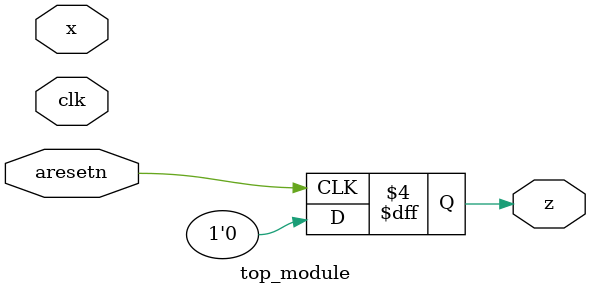
<source format=sv>
module top_module (
    input clk,
    input aresetn,
    input x,
    output reg z
);

    reg [1:0] state;
    
    always @(negedge aresetn) begin
        if (~aresetn) begin
            state <= 2'b00;
            z <= 0;
        end else begin
            case (state)
                2'b00:
                    if (x) begin
                        state <= 2'b01;
                    end
                2'b01:
                    if (x) begin
                        state <= 2'b10;
                    end else begin
                        state <= 2'b00;
                    end
                2'b10:
                    if (x) begin
                        state <= 2'b01;
                    end else begin
                        state <= 2'b11;
                        z <= 1;
                    end
                2'b11:
                    if (~x) begin
                        state <= 2'b00;
                    end
            endcase
        end
    end

endmodule

</source>
